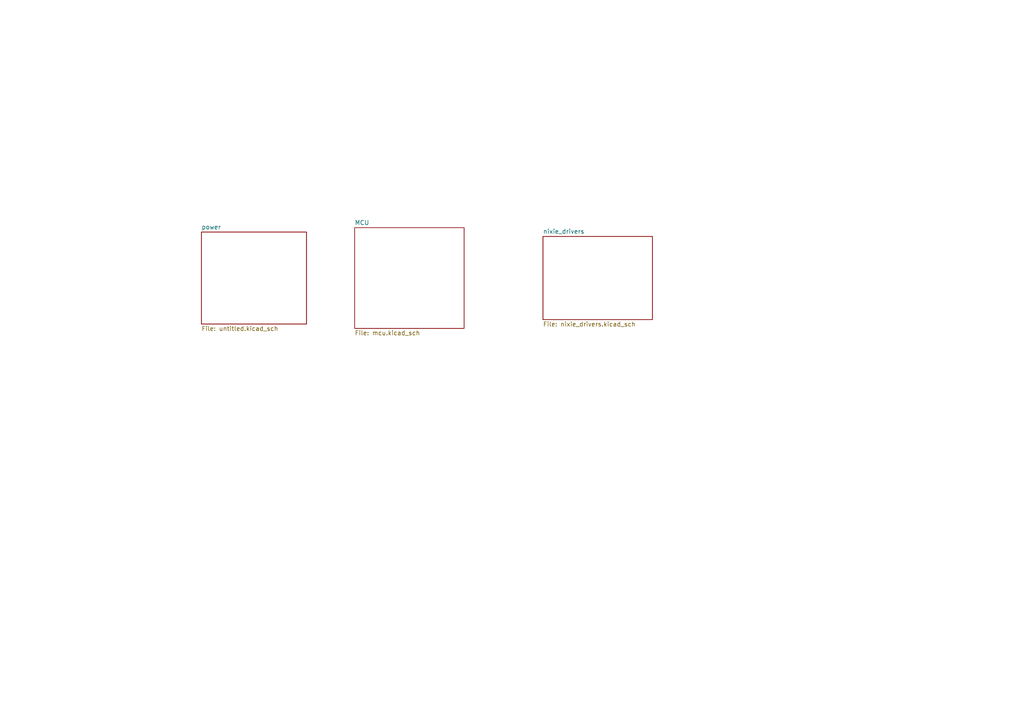
<source format=kicad_sch>
(kicad_sch (version 20211123) (generator eeschema)
  (paper "A4")
  (lib_symbols)
  (sheet (at 102.87 66.04) (size 31.75 29.21) (stroke (width 0.1524))
    (property "Sheet name" "MCU" (at 102.87 65.3284 0) (effects (justify left bottom)))
    (property "Sheet file" "mcu.kicad_sch" (at 102.87 95.8346 0) (effects (justify left top)))
  )
  (sheet (at 58.42 67.31) (size 30.48 26.67) (stroke (width 0.1524))
    (property "Sheet name" "power" (at 58.42 66.5984 0) (effects (justify left bottom)))
    (property "Sheet file" "untitled.kicad_sch" (at 58.42 94.5646 0) (effects (justify left top)))
  )
  (sheet (at 157.48 68.58) (size 31.75 24.13) (stroke (width 0.1524))
    (property "Sheet name" "nixie_drivers" (at 157.48 67.8684 0) (effects (justify left bottom)))
    (property "Sheet file" "nixie_drivers.kicad_sch" (at 157.48 93.2946 0) (effects (justify left top)))
  )
)
</source>
